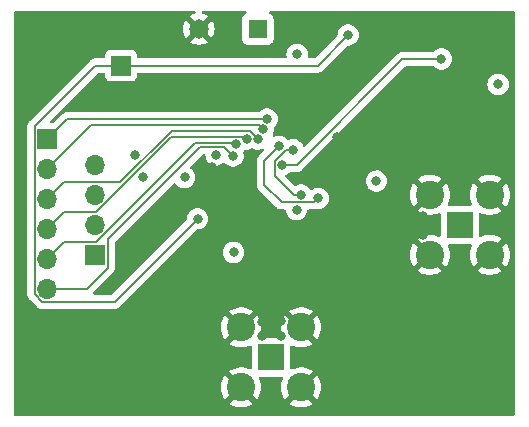
<source format=gbr>
%TF.GenerationSoftware,KiCad,Pcbnew,7.0.5*%
%TF.CreationDate,2023-11-05T09:22:56-05:00*%
%TF.ProjectId,radio,72616469-6f2e-46b6-9963-61645f706362,rev?*%
%TF.SameCoordinates,Original*%
%TF.FileFunction,Copper,L4,Bot*%
%TF.FilePolarity,Positive*%
%FSLAX46Y46*%
G04 Gerber Fmt 4.6, Leading zero omitted, Abs format (unit mm)*
G04 Created by KiCad (PCBNEW 7.0.5) date 2023-11-05 09:22:56*
%MOMM*%
%LPD*%
G01*
G04 APERTURE LIST*
%TA.AperFunction,ComponentPad*%
%ADD10R,1.700000X1.700000*%
%TD*%
%TA.AperFunction,ComponentPad*%
%ADD11O,1.700000X1.700000*%
%TD*%
%TA.AperFunction,ComponentPad*%
%ADD12R,2.250000X2.250000*%
%TD*%
%TA.AperFunction,ComponentPad*%
%ADD13C,2.400000*%
%TD*%
%TA.AperFunction,ComponentPad*%
%ADD14R,1.650000X1.650000*%
%TD*%
%TA.AperFunction,ComponentPad*%
%ADD15C,1.650000*%
%TD*%
%TA.AperFunction,ViaPad*%
%ADD16C,0.800000*%
%TD*%
%TA.AperFunction,Conductor*%
%ADD17C,0.203200*%
%TD*%
G04 APERTURE END LIST*
D10*
%TO.P,J2,1,Pin_1*%
%TO.N,Net-(J2-Pin_1)*%
X105079800Y-90119200D03*
D11*
%TO.P,J2,2,Pin_2*%
%TO.N,Net-(J2-Pin_2)*%
X105079800Y-87579200D03*
%TO.P,J2,3,Pin_3*%
%TO.N,Net-(J2-Pin_3)*%
X105079800Y-85039200D03*
%TO.P,J2,4,Pin_4*%
%TO.N,Net-(J2-Pin_4)*%
X105079800Y-82499200D03*
%TD*%
D10*
%TO.P,J3,1,Pin_1*%
%TO.N,Antenna_State*%
X107264200Y-74091800D03*
%TD*%
D12*
%TO.P,J6,1,1*%
%TO.N,Power_Amp_In*%
X119964200Y-98806000D03*
D13*
%TO.P,J6,2,2*%
%TO.N,GND*%
X122504200Y-96266000D03*
%TO.P,J6,3,3*%
X117424200Y-96266000D03*
%TO.P,J6,4,4*%
X117424200Y-101346000D03*
%TO.P,J6,5,5*%
X122504200Y-101346000D03*
%TD*%
D12*
%TO.P,J5,1,1*%
%TO.N,LNA_OUTPUT*%
X135940800Y-87579200D03*
D13*
%TO.P,J5,2,2*%
%TO.N,GND*%
X133400800Y-85039200D03*
%TO.P,J5,3,3*%
X133400800Y-90119200D03*
%TO.P,J5,4,4*%
X138480800Y-90119200D03*
%TO.P,J5,5,5*%
X138480800Y-85039200D03*
%TD*%
D10*
%TO.P,J1,1,Pin_1*%
%TO.N,/DIO0*%
X101015800Y-80314800D03*
D11*
%TO.P,J1,2,Pin_2*%
%TO.N,/DIO1*%
X101015800Y-82854800D03*
%TO.P,J1,3,Pin_3*%
%TO.N,/DIO2*%
X101015800Y-85394800D03*
%TO.P,J1,4,Pin_4*%
%TO.N,/DIO3*%
X101015800Y-87934800D03*
%TO.P,J1,5,Pin_5*%
%TO.N,/DIO4*%
X101015800Y-90474800D03*
%TO.P,J1,6,Pin_6*%
%TO.N,/DIO5*%
X101015800Y-93014800D03*
%TD*%
D14*
%TO.P,J4,01,01*%
%TO.N,+3.3V*%
X118849300Y-70993000D03*
D15*
%TO.P,J4,02,02*%
%TO.N,GND*%
X113849300Y-70993000D03*
%TD*%
D16*
%TO.N,GND*%
X128828800Y-86817200D03*
X129540000Y-94488000D03*
X129032000Y-89916000D03*
X131394200Y-86817200D03*
X130073400Y-86817200D03*
X112268000Y-92456000D03*
X100076000Y-71628000D03*
X110744000Y-102616000D03*
X131064000Y-100584000D03*
X111760000Y-90932000D03*
X120777000Y-90792300D03*
X130556000Y-79248000D03*
X126263400Y-86817200D03*
X120777000Y-93256100D03*
X134620000Y-95504000D03*
X107696000Y-90932000D03*
X120980200Y-88442800D03*
X127000000Y-101092000D03*
X139018507Y-70787274D03*
X105156000Y-76708000D03*
X112776000Y-96520000D03*
X103632000Y-98044000D03*
X102108000Y-96520000D03*
X114300000Y-88900000D03*
X132842000Y-86817200D03*
X136652000Y-93472000D03*
X133096000Y-80264000D03*
X135128000Y-97536000D03*
X125831600Y-81355100D03*
X140208000Y-74168000D03*
X135082844Y-78731483D03*
X114808000Y-95504000D03*
X117856000Y-76708000D03*
X138176000Y-79248000D03*
X112776000Y-98552000D03*
X120777000Y-95719900D03*
X120777000Y-89560400D03*
X124714000Y-71755000D03*
X105156000Y-100076000D03*
X108712000Y-98044000D03*
X132816600Y-88442800D03*
X114808000Y-92964000D03*
X128803400Y-82574300D03*
X119227600Y-93306900D03*
X123469400Y-88442800D03*
X116840000Y-92964000D03*
X137160000Y-80264000D03*
X122224800Y-88442800D03*
X106172000Y-98044000D03*
X119227600Y-95770700D03*
X135255000Y-71425900D03*
X119227600Y-90843100D03*
X129032000Y-78232000D03*
X134620000Y-101092000D03*
X111252000Y-94488000D03*
X114808000Y-100076000D03*
X124790200Y-88442800D03*
X135229600Y-76277300D03*
X113792000Y-76708000D03*
X120777000Y-96951800D03*
X124815600Y-86817200D03*
X127508000Y-97536000D03*
X131572000Y-97536000D03*
X107188000Y-99568000D03*
X99568000Y-96012000D03*
X131368800Y-88442800D03*
X127584200Y-86817200D03*
X108712000Y-94488000D03*
X119227600Y-89611200D03*
X114935000Y-82677000D03*
X109220000Y-88900000D03*
X104140000Y-102108000D03*
X127508000Y-80264000D03*
X138176000Y-96520000D03*
X130048000Y-88442800D03*
X100076000Y-75184000D03*
X124460000Y-91948000D03*
X120777000Y-92024200D03*
X100076000Y-98552000D03*
X104648000Y-96012000D03*
X132588000Y-93472000D03*
X125984000Y-93980000D03*
X110236000Y-92456000D03*
X135128000Y-81280000D03*
X126238000Y-88442800D03*
X125552200Y-80161300D03*
X119227600Y-97002600D03*
X102108000Y-100076000D03*
X113284000Y-94488000D03*
X110744000Y-97536000D03*
X107460319Y-76490342D03*
X100076000Y-101092000D03*
X107696000Y-102108000D03*
X128803400Y-88442800D03*
X103632000Y-70612000D03*
X125984000Y-89916000D03*
X137160000Y-99568000D03*
X128016000Y-91948000D03*
X111013348Y-76781872D03*
X119227600Y-94538800D03*
X107188000Y-96012000D03*
X101600000Y-102616000D03*
X109728000Y-100076000D03*
X131572000Y-81788000D03*
X129311700Y-71526700D03*
X122936000Y-89916000D03*
X110744000Y-87884000D03*
X112776000Y-101092000D03*
X119227600Y-92075000D03*
X109728000Y-96012000D03*
X101611486Y-73684360D03*
X114808000Y-97536000D03*
X120777000Y-94488000D03*
X127558800Y-88442800D03*
%TO.N,Net-(U1-VR_DIG)*%
X122503519Y-85051400D03*
X121818400Y-81203800D03*
%TO.N,Net-(U1-VR_ANA)*%
X123952000Y-85344000D03*
X120611900Y-80924400D03*
%TO.N,+3.3V*%
X112649000Y-83566000D03*
X122174000Y-73152000D03*
X139192000Y-75692000D03*
X108458000Y-81661000D03*
X109093000Y-83566000D03*
X115316000Y-81661000D03*
X122123200Y-86308100D03*
X116789200Y-89916000D03*
X128879600Y-83869700D03*
%TO.N,Antenna_State*%
X126492000Y-71501000D03*
X113741200Y-87071200D03*
%TO.N,/DIO0*%
X119634000Y-78613000D03*
%TO.N,/DIO1*%
X119316155Y-79483277D03*
%TO.N,/DIO2*%
X118831598Y-80316858D03*
%TO.N,/DIO3*%
X117905121Y-80310031D03*
%TO.N,/DIO4*%
X116967000Y-80765100D03*
%TO.N,/DIO5*%
X116755700Y-81764312D03*
%TO.N,Net-(U1-~{RESET})*%
X134391400Y-73534100D03*
X120904000Y-82499200D03*
%TD*%
D17*
%TO.N,Net-(U1-VR_DIG)*%
X121234200Y-81203800D02*
X120275400Y-82162600D01*
X121818400Y-81203800D02*
X121234200Y-81203800D01*
X120275400Y-82162600D02*
X120275400Y-83445400D01*
X121881400Y-85051400D02*
X122503519Y-85051400D01*
X120275400Y-83445400D02*
X121881400Y-85051400D01*
%TO.N,Net-(U1-VR_ANA)*%
X119380000Y-82156300D02*
X120611900Y-80924400D01*
X119380000Y-84201000D02*
X119380000Y-82156300D01*
X120858500Y-85679500D02*
X119380000Y-84201000D01*
X123952000Y-85344000D02*
X123616500Y-85679500D01*
X123616500Y-85679500D02*
X120858500Y-85679500D01*
%TO.N,Antenna_State*%
X106719000Y-94093400D02*
X100569029Y-94093400D01*
X99937200Y-79236200D02*
X105081600Y-74091800D01*
X105081600Y-74091800D02*
X107264200Y-74091800D01*
X100569029Y-94093400D02*
X99937200Y-93461571D01*
X99937200Y-93461571D02*
X99937200Y-79236200D01*
X123901200Y-74091800D02*
X107264200Y-74091800D01*
X113741200Y-87071200D02*
X106719000Y-94093400D01*
X126492000Y-71501000D02*
X123901200Y-74091800D01*
%TO.N,/DIO0*%
X102717600Y-78613000D02*
X101015800Y-80314800D01*
X119634000Y-78613000D02*
X102717600Y-78613000D01*
%TO.N,/DIO1*%
X118953878Y-79121000D02*
X104749600Y-79121000D01*
X104749600Y-79121000D02*
X101015800Y-82854800D01*
X119316155Y-79483277D02*
X118953878Y-79121000D01*
%TO.N,/DIO2*%
X118831598Y-80316858D02*
X118143740Y-79629000D01*
X111548397Y-79629000D02*
X107216797Y-83960600D01*
X107216797Y-83960600D02*
X102450000Y-83960600D01*
X102450000Y-83960600D02*
X101015800Y-85394800D01*
X118143740Y-79629000D02*
X111548397Y-79629000D01*
%TO.N,/DIO3*%
X117732090Y-80137000D02*
X111507371Y-80137000D01*
X117905121Y-80310031D02*
X117732090Y-80137000D01*
X102463600Y-86487000D02*
X101015800Y-87934800D01*
X105157371Y-86487000D02*
X102463600Y-86487000D01*
X111507371Y-80137000D02*
X105157371Y-86487000D01*
%TO.N,/DIO4*%
X116967000Y-80765100D02*
X116846900Y-80645000D01*
X116846900Y-80645000D02*
X113539371Y-80645000D01*
X113539371Y-80645000D02*
X105143771Y-89040600D01*
X102450000Y-89040600D02*
X101015800Y-90474800D01*
X105143771Y-89040600D02*
X102450000Y-89040600D01*
%TO.N,/DIO5*%
X106158400Y-91197800D02*
X104341400Y-93014800D01*
X116755700Y-81764312D02*
X115966588Y-80975200D01*
X106158400Y-88786600D02*
X106158400Y-91197800D01*
X115966588Y-80975200D02*
X113969800Y-80975200D01*
X104341400Y-93014800D02*
X101015800Y-93014800D01*
X113969800Y-80975200D02*
X106158400Y-88786600D01*
%TO.N,Net-(U1-~{RESET})*%
X120904000Y-82499200D02*
X122148600Y-82499200D01*
X122148600Y-82499200D02*
X131089400Y-73558400D01*
X131902200Y-73534100D02*
X134391400Y-73534100D01*
X131089400Y-73558400D02*
X131902200Y-73558400D01*
%TD*%
%TA.AperFunction,Conductor*%
%TO.N,GND*%
G36*
X113540838Y-69489185D02*
G01*
X113586593Y-69541989D01*
X113596537Y-69611147D01*
X113567512Y-69674703D01*
X113508734Y-69712477D01*
X113505892Y-69713275D01*
X113394399Y-69743148D01*
X113394390Y-69743152D01*
X113184271Y-69841132D01*
X113184269Y-69841133D01*
X113105877Y-69896024D01*
X113105876Y-69896024D01*
X113601765Y-70391913D01*
X113533671Y-70418874D01*
X113400808Y-70515405D01*
X113296125Y-70641945D01*
X113247668Y-70744920D01*
X112752324Y-70249576D01*
X112752324Y-70249577D01*
X112697433Y-70327969D01*
X112697432Y-70327971D01*
X112599452Y-70538090D01*
X112599448Y-70538099D01*
X112539447Y-70762031D01*
X112539445Y-70762041D01*
X112519239Y-70992999D01*
X112519239Y-70993000D01*
X112539445Y-71223958D01*
X112539447Y-71223968D01*
X112599448Y-71447900D01*
X112599452Y-71447909D01*
X112697432Y-71658029D01*
X112697433Y-71658031D01*
X112752323Y-71736422D01*
X112752324Y-71736423D01*
X113246752Y-71241994D01*
X113256488Y-71271956D01*
X113344486Y-71410619D01*
X113464203Y-71523040D01*
X113598810Y-71597041D01*
X113105875Y-72089975D01*
X113184273Y-72144868D01*
X113394390Y-72242847D01*
X113394399Y-72242851D01*
X113618331Y-72302852D01*
X113618341Y-72302854D01*
X113849299Y-72323061D01*
X113849301Y-72323061D01*
X114080258Y-72302854D01*
X114080268Y-72302852D01*
X114304200Y-72242851D01*
X114304209Y-72242847D01*
X114514330Y-72144867D01*
X114592723Y-72089975D01*
X114096834Y-71594086D01*
X114164929Y-71567126D01*
X114297792Y-71470595D01*
X114402475Y-71344055D01*
X114450931Y-71241079D01*
X114946275Y-71736423D01*
X115001167Y-71658030D01*
X115099147Y-71447909D01*
X115099151Y-71447900D01*
X115159152Y-71223968D01*
X115159154Y-71223958D01*
X115179361Y-70993000D01*
X115179361Y-70992999D01*
X115159154Y-70762041D01*
X115159152Y-70762031D01*
X115099151Y-70538099D01*
X115099147Y-70538090D01*
X115001168Y-70327972D01*
X114946274Y-70249576D01*
X114451846Y-70744004D01*
X114442112Y-70714044D01*
X114354114Y-70575381D01*
X114234397Y-70462960D01*
X114099789Y-70388958D01*
X114592723Y-69896024D01*
X114592722Y-69896023D01*
X114514331Y-69841133D01*
X114514329Y-69841132D01*
X114304209Y-69743152D01*
X114304200Y-69743148D01*
X114192708Y-69713275D01*
X114133048Y-69676910D01*
X114102518Y-69614064D01*
X114110812Y-69544688D01*
X114155297Y-69490810D01*
X114221849Y-69469535D01*
X114224801Y-69469500D01*
X117777571Y-69469500D01*
X117844610Y-69489185D01*
X117890365Y-69541989D01*
X117900309Y-69611147D01*
X117871284Y-69674703D01*
X117820904Y-69709682D01*
X117781971Y-69724202D01*
X117781964Y-69724206D01*
X117666755Y-69810452D01*
X117666752Y-69810455D01*
X117580506Y-69925664D01*
X117580502Y-69925671D01*
X117530208Y-70060517D01*
X117523801Y-70120116D01*
X117523801Y-70120123D01*
X117523800Y-70120135D01*
X117523800Y-71865870D01*
X117523801Y-71865876D01*
X117530208Y-71925483D01*
X117580502Y-72060328D01*
X117580506Y-72060335D01*
X117666752Y-72175544D01*
X117666755Y-72175547D01*
X117781964Y-72261793D01*
X117781971Y-72261797D01*
X117916817Y-72312091D01*
X117916816Y-72312091D01*
X117923744Y-72312835D01*
X117976427Y-72318500D01*
X119722172Y-72318499D01*
X119781783Y-72312091D01*
X119916631Y-72261796D01*
X120031846Y-72175546D01*
X120118096Y-72060331D01*
X120168391Y-71925483D01*
X120174800Y-71865873D01*
X120174799Y-70120128D01*
X120168391Y-70060517D01*
X120118096Y-69925669D01*
X120118095Y-69925668D01*
X120118093Y-69925664D01*
X120031847Y-69810455D01*
X120031844Y-69810452D01*
X119916635Y-69724206D01*
X119916628Y-69724202D01*
X119877696Y-69709682D01*
X119821763Y-69667811D01*
X119797345Y-69602347D01*
X119812196Y-69534074D01*
X119861601Y-69484668D01*
X119921029Y-69469500D01*
X140502600Y-69469500D01*
X140569639Y-69489185D01*
X140615394Y-69541989D01*
X140626600Y-69593500D01*
X140626600Y-103609100D01*
X140606915Y-103676139D01*
X140554111Y-103721894D01*
X140502600Y-103733100D01*
X98308200Y-103733100D01*
X98241161Y-103713415D01*
X98195406Y-103660611D01*
X98184200Y-103609100D01*
X98184200Y-101346004D01*
X115719433Y-101346004D01*
X115738473Y-101600079D01*
X115795168Y-101848477D01*
X115795173Y-101848494D01*
X115888258Y-102085671D01*
X115888257Y-102085671D01*
X116015657Y-102306332D01*
X116057652Y-102358993D01*
X116707538Y-101709107D01*
X116794777Y-101847948D01*
X116922252Y-101975423D01*
X117061090Y-102062660D01*
X116411013Y-102712737D01*
X116571823Y-102822375D01*
X116571824Y-102822376D01*
X116801376Y-102932921D01*
X116801374Y-102932921D01*
X117044852Y-103008024D01*
X117044858Y-103008026D01*
X117296795Y-103045999D01*
X117296804Y-103046000D01*
X117551596Y-103046000D01*
X117551604Y-103045999D01*
X117803541Y-103008026D01*
X117803547Y-103008024D01*
X118047024Y-102932921D01*
X118276581Y-102822373D01*
X118437385Y-102712737D01*
X117787308Y-102062661D01*
X117926148Y-101975423D01*
X118053623Y-101847948D01*
X118140861Y-101709108D01*
X118790745Y-102358993D01*
X118832745Y-102306327D01*
X118960141Y-102085671D01*
X119053226Y-101848494D01*
X119053231Y-101848477D01*
X119109926Y-101600079D01*
X119128967Y-101346004D01*
X119128967Y-101345995D01*
X119109926Y-101091920D01*
X119053231Y-100843522D01*
X119053226Y-100843505D01*
X118958447Y-100602010D01*
X118960251Y-100601301D01*
X118950223Y-100540341D01*
X118977955Y-100476210D01*
X119035956Y-100437254D01*
X119073287Y-100431499D01*
X120855107Y-100431499D01*
X120922146Y-100451184D01*
X120967901Y-100503988D01*
X120977845Y-100573146D01*
X120969147Y-100601693D01*
X120969953Y-100602010D01*
X120875173Y-100843505D01*
X120875168Y-100843522D01*
X120818473Y-101091920D01*
X120799433Y-101345995D01*
X120799433Y-101346004D01*
X120818473Y-101600079D01*
X120875168Y-101848477D01*
X120875173Y-101848494D01*
X120968258Y-102085671D01*
X120968257Y-102085671D01*
X121095657Y-102306332D01*
X121137652Y-102358993D01*
X121787538Y-101709107D01*
X121874777Y-101847948D01*
X122002252Y-101975423D01*
X122141090Y-102062661D01*
X121491013Y-102712737D01*
X121651823Y-102822375D01*
X121651824Y-102822376D01*
X121881376Y-102932921D01*
X121881374Y-102932921D01*
X122124852Y-103008024D01*
X122124858Y-103008026D01*
X122376795Y-103045999D01*
X122376804Y-103046000D01*
X122631596Y-103046000D01*
X122631604Y-103045999D01*
X122883541Y-103008026D01*
X122883547Y-103008024D01*
X123127024Y-102932921D01*
X123356581Y-102822373D01*
X123517385Y-102712737D01*
X122867308Y-102062661D01*
X123006148Y-101975423D01*
X123133623Y-101847948D01*
X123220861Y-101709109D01*
X123870745Y-102358993D01*
X123912745Y-102306327D01*
X124040141Y-102085671D01*
X124133226Y-101848494D01*
X124133231Y-101848477D01*
X124189926Y-101600079D01*
X124208967Y-101346004D01*
X124208967Y-101345995D01*
X124189926Y-101091920D01*
X124133231Y-100843522D01*
X124133226Y-100843505D01*
X124040141Y-100606328D01*
X124040142Y-100606328D01*
X123912744Y-100385671D01*
X123870746Y-100333006D01*
X123220861Y-100982890D01*
X123133623Y-100844052D01*
X123006148Y-100716577D01*
X122867308Y-100629338D01*
X123517385Y-99979261D01*
X123356577Y-99869624D01*
X123356576Y-99869623D01*
X123127023Y-99759078D01*
X123127025Y-99759078D01*
X122883547Y-99683975D01*
X122883541Y-99683973D01*
X122631604Y-99646000D01*
X122376795Y-99646000D01*
X122124858Y-99683973D01*
X122124852Y-99683975D01*
X121881375Y-99759078D01*
X121767500Y-99813918D01*
X121698559Y-99825270D01*
X121634425Y-99797548D01*
X121595459Y-99739552D01*
X121589699Y-99702203D01*
X121589699Y-97909801D01*
X121609384Y-97842763D01*
X121662188Y-97797008D01*
X121731346Y-97787064D01*
X121767500Y-97798082D01*
X121881376Y-97852921D01*
X121881374Y-97852921D01*
X122124852Y-97928024D01*
X122124858Y-97928026D01*
X122376795Y-97965999D01*
X122376804Y-97966000D01*
X122631596Y-97966000D01*
X122631604Y-97965999D01*
X122883541Y-97928026D01*
X122883547Y-97928024D01*
X123127024Y-97852921D01*
X123356581Y-97742373D01*
X123517385Y-97632737D01*
X122867308Y-96982661D01*
X123006148Y-96895423D01*
X123133623Y-96767948D01*
X123220861Y-96629109D01*
X123870745Y-97278993D01*
X123912745Y-97226327D01*
X124040141Y-97005671D01*
X124133226Y-96768494D01*
X124133231Y-96768477D01*
X124189926Y-96520079D01*
X124208967Y-96266004D01*
X124208967Y-96265995D01*
X124189926Y-96011920D01*
X124133231Y-95763522D01*
X124133226Y-95763505D01*
X124040141Y-95526328D01*
X124040142Y-95526328D01*
X123912744Y-95305671D01*
X123870746Y-95253006D01*
X123220861Y-95902890D01*
X123133623Y-95764052D01*
X123006148Y-95636577D01*
X122867307Y-95549337D01*
X123517385Y-94899261D01*
X123356577Y-94789624D01*
X123356576Y-94789623D01*
X123127023Y-94679078D01*
X123127025Y-94679078D01*
X122883547Y-94603975D01*
X122883541Y-94603973D01*
X122631604Y-94566000D01*
X122376795Y-94566000D01*
X122124858Y-94603973D01*
X122124852Y-94603975D01*
X121881375Y-94679078D01*
X121651824Y-94789623D01*
X121651816Y-94789628D01*
X121491013Y-94899261D01*
X122141091Y-95549338D01*
X122002252Y-95636577D01*
X121874777Y-95764052D01*
X121787538Y-95902891D01*
X121137653Y-95253006D01*
X121095655Y-95305670D01*
X120968258Y-95526328D01*
X120875173Y-95763505D01*
X120875168Y-95763522D01*
X120818473Y-96011920D01*
X120799433Y-96265995D01*
X120799433Y-96266004D01*
X120818473Y-96520079D01*
X120875168Y-96768477D01*
X120875173Y-96768494D01*
X120969953Y-97009990D01*
X120968140Y-97010701D01*
X120978182Y-97071618D01*
X120950471Y-97135758D01*
X120892482Y-97174733D01*
X120855107Y-97180500D01*
X119073293Y-97180500D01*
X119006254Y-97160815D01*
X118960499Y-97108011D01*
X118950555Y-97038853D01*
X118959256Y-97010307D01*
X118958447Y-97009990D01*
X119053226Y-96768494D01*
X119053231Y-96768477D01*
X119109926Y-96520079D01*
X119128967Y-96266004D01*
X119128967Y-96265995D01*
X119109926Y-96011920D01*
X119053231Y-95763522D01*
X119053226Y-95763505D01*
X118960141Y-95526328D01*
X118960142Y-95526328D01*
X118832744Y-95305671D01*
X118790745Y-95253005D01*
X118140860Y-95902890D01*
X118053623Y-95764052D01*
X117926148Y-95636577D01*
X117787308Y-95549338D01*
X118437385Y-94899261D01*
X118276577Y-94789624D01*
X118276576Y-94789623D01*
X118047023Y-94679078D01*
X118047025Y-94679078D01*
X117803547Y-94603975D01*
X117803541Y-94603973D01*
X117551604Y-94566000D01*
X117296795Y-94566000D01*
X117044858Y-94603973D01*
X117044852Y-94603975D01*
X116801375Y-94679078D01*
X116571824Y-94789623D01*
X116571816Y-94789628D01*
X116411013Y-94899261D01*
X117061091Y-95549338D01*
X116922252Y-95636577D01*
X116794777Y-95764052D01*
X116707538Y-95902891D01*
X116057653Y-95253006D01*
X116015655Y-95305670D01*
X115888258Y-95526328D01*
X115795173Y-95763505D01*
X115795168Y-95763522D01*
X115738473Y-96011920D01*
X115719433Y-96265995D01*
X115719433Y-96266004D01*
X115738473Y-96520079D01*
X115795168Y-96768477D01*
X115795173Y-96768494D01*
X115888258Y-97005671D01*
X115888257Y-97005671D01*
X116015657Y-97226332D01*
X116057652Y-97278993D01*
X116057653Y-97278993D01*
X116707538Y-96629108D01*
X116794777Y-96767948D01*
X116922252Y-96895423D01*
X117061090Y-96982661D01*
X116411013Y-97632737D01*
X116571823Y-97742375D01*
X116571824Y-97742376D01*
X116801376Y-97852921D01*
X116801374Y-97852921D01*
X117044852Y-97928024D01*
X117044858Y-97928026D01*
X117296795Y-97965999D01*
X117296804Y-97966000D01*
X117551596Y-97966000D01*
X117551604Y-97965999D01*
X117803541Y-97928026D01*
X117803547Y-97928024D01*
X118047021Y-97852922D01*
X118160898Y-97798082D01*
X118229839Y-97786730D01*
X118293974Y-97814452D01*
X118332940Y-97872447D01*
X118338700Y-97909802D01*
X118338700Y-99702197D01*
X118319015Y-99769236D01*
X118266211Y-99814991D01*
X118197053Y-99824935D01*
X118160899Y-99813917D01*
X118047023Y-99759078D01*
X118047025Y-99759078D01*
X117803547Y-99683975D01*
X117803541Y-99683973D01*
X117551604Y-99646000D01*
X117296795Y-99646000D01*
X117044858Y-99683973D01*
X117044852Y-99683975D01*
X116801375Y-99759078D01*
X116571824Y-99869623D01*
X116571816Y-99869628D01*
X116411013Y-99979261D01*
X117061091Y-100629338D01*
X116922252Y-100716577D01*
X116794777Y-100844052D01*
X116707538Y-100982891D01*
X116057653Y-100333006D01*
X116015655Y-100385670D01*
X115888258Y-100606328D01*
X115795173Y-100843505D01*
X115795168Y-100843522D01*
X115738473Y-101091920D01*
X115719433Y-101345995D01*
X115719433Y-101346004D01*
X98184200Y-101346004D01*
X98184200Y-93461569D01*
X99329906Y-93461569D01*
X99334570Y-93497007D01*
X99335100Y-93501031D01*
X99348314Y-93601402D01*
X99350598Y-93618751D01*
X99411267Y-93765218D01*
X99436447Y-93798033D01*
X99483547Y-93859418D01*
X99483549Y-93859419D01*
X99507776Y-93890991D01*
X99507778Y-93890993D01*
X99536128Y-93912747D01*
X99542231Y-93918100D01*
X100112498Y-94488367D01*
X100117851Y-94494470D01*
X100117855Y-94494475D01*
X100139607Y-94522822D01*
X100170114Y-94546231D01*
X100170131Y-94546245D01*
X100262154Y-94616856D01*
X100263686Y-94618199D01*
X100265381Y-94619332D01*
X100265382Y-94619333D01*
X100411849Y-94680002D01*
X100529569Y-94695500D01*
X100529574Y-94695500D01*
X100531480Y-94695751D01*
X100569029Y-94700694D01*
X100569030Y-94700694D01*
X100604449Y-94696031D01*
X100612550Y-94695500D01*
X106675479Y-94695500D01*
X106683577Y-94696030D01*
X106704137Y-94698737D01*
X106718999Y-94700694D01*
X106719000Y-94700694D01*
X106719001Y-94700694D01*
X106754421Y-94696031D01*
X106756527Y-94695753D01*
X106756553Y-94695751D01*
X106758460Y-94695500D01*
X106876180Y-94680002D01*
X107022647Y-94619333D01*
X107022646Y-94619333D01*
X107022647Y-94619331D01*
X107060171Y-94603789D01*
X107083822Y-94572391D01*
X107116847Y-94547051D01*
X107116847Y-94547049D01*
X107124937Y-94540843D01*
X107124945Y-94540836D01*
X107127673Y-94538742D01*
X107148422Y-94522822D01*
X107170179Y-94494466D01*
X107175519Y-94488377D01*
X111747897Y-89916000D01*
X115883740Y-89916000D01*
X115903526Y-90104256D01*
X115903527Y-90104259D01*
X115962018Y-90284277D01*
X115962021Y-90284284D01*
X116056667Y-90448216D01*
X116183328Y-90588887D01*
X116183329Y-90588888D01*
X116336465Y-90700148D01*
X116336470Y-90700151D01*
X116509392Y-90777142D01*
X116509397Y-90777144D01*
X116694554Y-90816500D01*
X116694555Y-90816500D01*
X116883844Y-90816500D01*
X116883846Y-90816500D01*
X117069003Y-90777144D01*
X117241930Y-90700151D01*
X117395071Y-90588888D01*
X117521733Y-90448216D01*
X117616379Y-90284284D01*
X117670017Y-90119204D01*
X131696033Y-90119204D01*
X131715073Y-90373279D01*
X131771768Y-90621677D01*
X131771773Y-90621694D01*
X131864858Y-90858871D01*
X131864857Y-90858871D01*
X131992257Y-91079532D01*
X132034252Y-91132193D01*
X132684138Y-90482307D01*
X132771377Y-90621148D01*
X132898852Y-90748623D01*
X133037690Y-90835860D01*
X132387613Y-91485937D01*
X132548423Y-91595575D01*
X132548424Y-91595576D01*
X132777976Y-91706121D01*
X132777974Y-91706121D01*
X133021452Y-91781224D01*
X133021458Y-91781226D01*
X133273395Y-91819199D01*
X133273404Y-91819200D01*
X133528196Y-91819200D01*
X133528204Y-91819199D01*
X133780141Y-91781226D01*
X133780147Y-91781224D01*
X134023624Y-91706121D01*
X134253181Y-91595573D01*
X134413985Y-91485937D01*
X133763908Y-90835861D01*
X133902748Y-90748623D01*
X134030223Y-90621148D01*
X134117461Y-90482308D01*
X134767345Y-91132193D01*
X134809345Y-91079527D01*
X134936741Y-90858871D01*
X135029826Y-90621694D01*
X135029831Y-90621677D01*
X135086526Y-90373279D01*
X135105567Y-90119204D01*
X135105567Y-90119195D01*
X135086526Y-89865120D01*
X135029831Y-89616722D01*
X135029826Y-89616705D01*
X134935047Y-89375210D01*
X134936851Y-89374501D01*
X134926823Y-89313541D01*
X134954555Y-89249410D01*
X135012556Y-89210454D01*
X135049887Y-89204699D01*
X136831707Y-89204699D01*
X136898746Y-89224384D01*
X136944501Y-89277188D01*
X136954445Y-89346346D01*
X136945747Y-89374893D01*
X136946553Y-89375210D01*
X136851773Y-89616705D01*
X136851768Y-89616722D01*
X136795073Y-89865120D01*
X136776033Y-90119195D01*
X136776033Y-90119204D01*
X136795073Y-90373279D01*
X136851768Y-90621677D01*
X136851773Y-90621694D01*
X136944858Y-90858871D01*
X136944857Y-90858871D01*
X137072257Y-91079532D01*
X137114252Y-91132193D01*
X137764138Y-90482307D01*
X137851377Y-90621148D01*
X137978852Y-90748623D01*
X138117690Y-90835861D01*
X137467613Y-91485937D01*
X137628423Y-91595575D01*
X137628424Y-91595576D01*
X137857976Y-91706121D01*
X137857974Y-91706121D01*
X138101452Y-91781224D01*
X138101458Y-91781226D01*
X138353395Y-91819199D01*
X138353404Y-91819200D01*
X138608196Y-91819200D01*
X138608204Y-91819199D01*
X138860141Y-91781226D01*
X138860147Y-91781224D01*
X139103624Y-91706121D01*
X139333181Y-91595573D01*
X139493985Y-91485937D01*
X138843908Y-90835861D01*
X138982748Y-90748623D01*
X139110223Y-90621148D01*
X139197461Y-90482308D01*
X139847345Y-91132193D01*
X139889345Y-91079527D01*
X140016741Y-90858871D01*
X140109826Y-90621694D01*
X140109831Y-90621677D01*
X140166526Y-90373279D01*
X140185567Y-90119204D01*
X140185567Y-90119195D01*
X140166526Y-89865120D01*
X140109831Y-89616722D01*
X140109826Y-89616705D01*
X140016741Y-89379528D01*
X140016742Y-89379528D01*
X139889344Y-89158871D01*
X139847346Y-89106206D01*
X139197461Y-89756090D01*
X139110223Y-89617252D01*
X138982748Y-89489777D01*
X138843908Y-89402538D01*
X139493985Y-88752461D01*
X139333177Y-88642824D01*
X139333176Y-88642823D01*
X139103623Y-88532278D01*
X139103625Y-88532278D01*
X138860147Y-88457175D01*
X138860141Y-88457173D01*
X138608204Y-88419200D01*
X138353395Y-88419200D01*
X138101458Y-88457173D01*
X138101452Y-88457175D01*
X137857975Y-88532278D01*
X137744100Y-88587118D01*
X137675159Y-88598470D01*
X137611025Y-88570748D01*
X137572059Y-88512752D01*
X137566299Y-88475403D01*
X137566299Y-86683001D01*
X137585984Y-86615963D01*
X137638788Y-86570208D01*
X137707946Y-86560264D01*
X137744100Y-86571282D01*
X137857976Y-86626121D01*
X137857974Y-86626121D01*
X138101452Y-86701224D01*
X138101458Y-86701226D01*
X138353395Y-86739199D01*
X138353404Y-86739200D01*
X138608196Y-86739200D01*
X138608204Y-86739199D01*
X138860141Y-86701226D01*
X138860147Y-86701224D01*
X139103624Y-86626121D01*
X139333181Y-86515573D01*
X139493985Y-86405937D01*
X138843908Y-85755861D01*
X138982748Y-85668623D01*
X139110223Y-85541148D01*
X139197461Y-85402308D01*
X139847345Y-86052193D01*
X139889345Y-85999527D01*
X140016741Y-85778871D01*
X140109826Y-85541694D01*
X140109831Y-85541677D01*
X140166526Y-85293279D01*
X140185567Y-85039204D01*
X140185567Y-85039195D01*
X140166526Y-84785120D01*
X140109831Y-84536722D01*
X140109826Y-84536705D01*
X140016741Y-84299528D01*
X140016742Y-84299528D01*
X139889344Y-84078871D01*
X139847345Y-84026205D01*
X139197460Y-84676090D01*
X139110223Y-84537252D01*
X138982748Y-84409777D01*
X138843907Y-84322537D01*
X139493985Y-83672461D01*
X139333177Y-83562824D01*
X139333176Y-83562823D01*
X139103623Y-83452278D01*
X139103625Y-83452278D01*
X138860147Y-83377175D01*
X138860141Y-83377173D01*
X138608204Y-83339200D01*
X138353395Y-83339200D01*
X138101458Y-83377173D01*
X138101452Y-83377175D01*
X137857975Y-83452278D01*
X137628424Y-83562823D01*
X137628416Y-83562828D01*
X137467613Y-83672461D01*
X138117691Y-84322538D01*
X137978852Y-84409777D01*
X137851377Y-84537252D01*
X137764138Y-84676091D01*
X137114253Y-84026206D01*
X137072255Y-84078870D01*
X136944858Y-84299528D01*
X136851773Y-84536705D01*
X136851768Y-84536722D01*
X136795073Y-84785120D01*
X136776033Y-85039195D01*
X136776033Y-85039204D01*
X136795073Y-85293279D01*
X136851768Y-85541677D01*
X136851773Y-85541694D01*
X136946553Y-85783190D01*
X136944740Y-85783901D01*
X136954782Y-85844818D01*
X136927071Y-85908958D01*
X136869082Y-85947933D01*
X136831707Y-85953700D01*
X135049893Y-85953700D01*
X134982854Y-85934015D01*
X134937099Y-85881211D01*
X134927155Y-85812053D01*
X134935856Y-85783507D01*
X134935047Y-85783190D01*
X135029826Y-85541694D01*
X135029831Y-85541677D01*
X135086526Y-85293279D01*
X135105567Y-85039204D01*
X135105567Y-85039195D01*
X135086526Y-84785120D01*
X135029831Y-84536722D01*
X135029826Y-84536705D01*
X134936741Y-84299528D01*
X134936742Y-84299528D01*
X134809344Y-84078871D01*
X134767345Y-84026205D01*
X134117460Y-84676090D01*
X134030223Y-84537252D01*
X133902748Y-84409777D01*
X133763908Y-84322538D01*
X134413985Y-83672461D01*
X134253177Y-83562824D01*
X134253176Y-83562823D01*
X134023623Y-83452278D01*
X134023625Y-83452278D01*
X133780147Y-83377175D01*
X133780141Y-83377173D01*
X133528204Y-83339200D01*
X133273395Y-83339200D01*
X133021458Y-83377173D01*
X133021452Y-83377175D01*
X132777975Y-83452278D01*
X132548424Y-83562823D01*
X132548416Y-83562828D01*
X132387613Y-83672461D01*
X133037691Y-84322538D01*
X132898852Y-84409777D01*
X132771377Y-84537252D01*
X132684138Y-84676091D01*
X132034253Y-84026206D01*
X131992255Y-84078870D01*
X131864858Y-84299528D01*
X131771773Y-84536705D01*
X131771768Y-84536722D01*
X131715073Y-84785120D01*
X131696033Y-85039195D01*
X131696033Y-85039204D01*
X131715073Y-85293279D01*
X131771768Y-85541677D01*
X131771773Y-85541694D01*
X131864858Y-85778871D01*
X131864857Y-85778871D01*
X131992257Y-85999532D01*
X132034252Y-86052193D01*
X132034253Y-86052193D01*
X132684138Y-85402308D01*
X132771377Y-85541148D01*
X132898852Y-85668623D01*
X133037690Y-85755861D01*
X132387613Y-86405937D01*
X132548423Y-86515575D01*
X132548424Y-86515576D01*
X132777976Y-86626121D01*
X132777974Y-86626121D01*
X133021452Y-86701224D01*
X133021458Y-86701226D01*
X133273395Y-86739199D01*
X133273404Y-86739200D01*
X133528196Y-86739200D01*
X133528204Y-86739199D01*
X133780141Y-86701226D01*
X133780147Y-86701224D01*
X134023621Y-86626122D01*
X134137498Y-86571282D01*
X134206439Y-86559930D01*
X134270574Y-86587652D01*
X134309540Y-86645647D01*
X134315300Y-86683002D01*
X134315300Y-88475397D01*
X134295615Y-88542436D01*
X134242811Y-88588191D01*
X134173653Y-88598135D01*
X134137499Y-88587117D01*
X134023623Y-88532278D01*
X134023625Y-88532278D01*
X133780147Y-88457175D01*
X133780141Y-88457173D01*
X133528204Y-88419200D01*
X133273395Y-88419200D01*
X133021458Y-88457173D01*
X133021452Y-88457175D01*
X132777975Y-88532278D01*
X132548424Y-88642823D01*
X132548416Y-88642828D01*
X132387613Y-88752461D01*
X133037691Y-89402538D01*
X132898852Y-89489777D01*
X132771377Y-89617252D01*
X132684139Y-89756090D01*
X132034253Y-89106206D01*
X131992255Y-89158870D01*
X131864858Y-89379528D01*
X131771773Y-89616705D01*
X131771768Y-89616722D01*
X131715073Y-89865120D01*
X131696033Y-90119195D01*
X131696033Y-90119204D01*
X117670017Y-90119204D01*
X117674874Y-90104256D01*
X117694660Y-89916000D01*
X117674874Y-89727744D01*
X117616379Y-89547716D01*
X117521733Y-89383784D01*
X117395071Y-89243112D01*
X117395070Y-89243111D01*
X117241934Y-89131851D01*
X117241929Y-89131848D01*
X117069007Y-89054857D01*
X117069002Y-89054855D01*
X116923200Y-89023865D01*
X116883846Y-89015500D01*
X116694554Y-89015500D01*
X116671882Y-89020319D01*
X116509397Y-89054855D01*
X116509392Y-89054857D01*
X116336470Y-89131848D01*
X116336465Y-89131851D01*
X116183329Y-89243111D01*
X116056666Y-89383785D01*
X115962021Y-89547715D01*
X115962018Y-89547722D01*
X115907605Y-89715189D01*
X115903526Y-89727744D01*
X115883740Y-89916000D01*
X111747897Y-89916000D01*
X113655878Y-88008019D01*
X113717202Y-87974534D01*
X113743560Y-87971700D01*
X113835844Y-87971700D01*
X113835846Y-87971700D01*
X114021003Y-87932344D01*
X114193930Y-87855351D01*
X114347071Y-87744088D01*
X114473733Y-87603416D01*
X114568379Y-87439484D01*
X114626874Y-87259456D01*
X114646660Y-87071200D01*
X114626874Y-86882944D01*
X114568379Y-86702916D01*
X114473733Y-86538984D01*
X114347071Y-86398312D01*
X114339263Y-86392639D01*
X114193934Y-86287051D01*
X114193929Y-86287048D01*
X114021007Y-86210057D01*
X114021002Y-86210055D01*
X113875201Y-86179065D01*
X113835846Y-86170700D01*
X113646554Y-86170700D01*
X113614097Y-86177598D01*
X113461397Y-86210055D01*
X113461392Y-86210057D01*
X113288470Y-86287048D01*
X113288465Y-86287051D01*
X113135329Y-86398311D01*
X113008666Y-86538985D01*
X112914021Y-86702915D01*
X112914018Y-86702922D01*
X112855527Y-86882940D01*
X112855526Y-86882944D01*
X112840855Y-87022536D01*
X112835740Y-87071202D01*
X112835740Y-87073799D01*
X112835314Y-87075246D01*
X112835061Y-87077663D01*
X112834619Y-87077616D01*
X112816055Y-87140838D01*
X112799421Y-87161480D01*
X106505921Y-93454981D01*
X106444598Y-93488466D01*
X106418240Y-93491300D01*
X105015759Y-93491300D01*
X104948720Y-93471615D01*
X104902965Y-93418811D01*
X104893021Y-93349653D01*
X104922046Y-93286097D01*
X104928078Y-93279619D01*
X104928077Y-93279619D01*
X106553377Y-91654319D01*
X106559468Y-91648977D01*
X106587822Y-91627222D01*
X106612048Y-91595649D01*
X106612051Y-91595647D01*
X106684333Y-91501447D01*
X106745002Y-91354980D01*
X106748719Y-91326746D01*
X106760500Y-91237260D01*
X106760500Y-91237259D01*
X106760751Y-91235353D01*
X106760754Y-91235325D01*
X106761085Y-91232807D01*
X106765694Y-91197800D01*
X106761028Y-91162359D01*
X106760500Y-91154295D01*
X106760500Y-89087359D01*
X106780185Y-89020319D01*
X106796814Y-88999683D01*
X111722338Y-84074158D01*
X111783659Y-84040675D01*
X111853351Y-84045659D01*
X111909284Y-84087531D01*
X111915014Y-84096216D01*
X111916465Y-84098214D01*
X112043129Y-84238888D01*
X112196265Y-84350148D01*
X112196268Y-84350150D01*
X112369192Y-84427142D01*
X112369197Y-84427144D01*
X112554354Y-84466500D01*
X112554355Y-84466500D01*
X112743644Y-84466500D01*
X112743646Y-84466500D01*
X112928803Y-84427144D01*
X113101730Y-84350151D01*
X113101730Y-84350150D01*
X113101732Y-84350150D01*
X113101734Y-84350148D01*
X113151675Y-84313864D01*
X113254871Y-84238888D01*
X113381533Y-84098216D01*
X113476179Y-83934284D01*
X113534674Y-83754256D01*
X113554460Y-83566000D01*
X113534674Y-83377744D01*
X113476179Y-83197716D01*
X113381533Y-83033784D01*
X113254871Y-82893112D01*
X113168748Y-82830540D01*
X113126084Y-82775211D01*
X113120105Y-82705598D01*
X113152711Y-82643803D01*
X113153878Y-82642618D01*
X114182878Y-81613619D01*
X114244202Y-81580134D01*
X114270560Y-81577300D01*
X114290093Y-81577300D01*
X114357132Y-81596985D01*
X114402887Y-81649789D01*
X114413412Y-81688335D01*
X114430326Y-81849256D01*
X114430327Y-81849259D01*
X114488818Y-82029277D01*
X114488821Y-82029284D01*
X114583467Y-82193216D01*
X114708963Y-82332593D01*
X114710129Y-82333888D01*
X114863265Y-82445148D01*
X114863270Y-82445151D01*
X115036192Y-82522142D01*
X115036197Y-82522144D01*
X115221354Y-82561500D01*
X115221355Y-82561500D01*
X115410644Y-82561500D01*
X115410646Y-82561500D01*
X115595803Y-82522144D01*
X115768730Y-82445151D01*
X115913119Y-82340246D01*
X115978921Y-82316768D01*
X116046975Y-82332593D01*
X116078151Y-82357594D01*
X116149829Y-82437200D01*
X116302965Y-82548460D01*
X116302970Y-82548463D01*
X116475892Y-82625454D01*
X116475897Y-82625456D01*
X116661054Y-82664812D01*
X116661055Y-82664812D01*
X116850344Y-82664812D01*
X116850346Y-82664812D01*
X117035503Y-82625456D01*
X117208430Y-82548463D01*
X117361571Y-82437200D01*
X117488233Y-82296528D01*
X117582879Y-82132596D01*
X117641374Y-81952568D01*
X117661160Y-81764312D01*
X117641374Y-81576056D01*
X117612365Y-81486779D01*
X117610371Y-81416939D01*
X117638146Y-81365491D01*
X117699533Y-81297316D01*
X117713842Y-81272530D01*
X117764408Y-81224316D01*
X117821229Y-81210531D01*
X117999765Y-81210531D01*
X117999767Y-81210531D01*
X118184924Y-81171175D01*
X118310259Y-81115371D01*
X118379505Y-81106086D01*
X118411126Y-81115371D01*
X118551795Y-81178002D01*
X118736952Y-81217358D01*
X118736953Y-81217358D01*
X118926242Y-81217358D01*
X118926244Y-81217358D01*
X119111401Y-81178002D01*
X119212923Y-81132800D01*
X119282171Y-81123515D01*
X119345448Y-81153143D01*
X119382662Y-81212278D01*
X119381998Y-81282144D01*
X119351039Y-81333761D01*
X118985026Y-81699775D01*
X118978923Y-81705127D01*
X118950577Y-81726878D01*
X118926348Y-81758452D01*
X118926349Y-81758453D01*
X118864229Y-81839409D01*
X118854067Y-81852650D01*
X118854067Y-81852651D01*
X118793398Y-81999119D01*
X118793397Y-81999121D01*
X118777368Y-82120875D01*
X118777369Y-82120876D01*
X118772706Y-82156301D01*
X118777369Y-82191718D01*
X118777900Y-82199820D01*
X118777900Y-84157479D01*
X118777369Y-84165580D01*
X118772706Y-84200998D01*
X118777370Y-84236436D01*
X118792341Y-84350150D01*
X118793398Y-84358178D01*
X118793398Y-84358180D01*
X118828682Y-84443364D01*
X118854067Y-84504647D01*
X118865221Y-84519183D01*
X118926347Y-84598847D01*
X118926349Y-84598848D01*
X118950576Y-84630420D01*
X118950578Y-84630422D01*
X118978928Y-84652176D01*
X118985031Y-84657529D01*
X120401969Y-86074467D01*
X120407322Y-86080570D01*
X120419664Y-86096654D01*
X120429078Y-86108922D01*
X120459735Y-86132446D01*
X120459753Y-86132461D01*
X120554852Y-86205433D01*
X120615520Y-86230562D01*
X120701320Y-86266102D01*
X120753713Y-86272999D01*
X120858498Y-86286795D01*
X120858500Y-86286795D01*
X120858501Y-86286795D01*
X120868786Y-86285440D01*
X120893930Y-86282130D01*
X120902028Y-86281600D01*
X121103305Y-86281600D01*
X121170344Y-86301285D01*
X121216099Y-86354089D01*
X121226624Y-86392634D01*
X121237526Y-86496356D01*
X121237527Y-86496359D01*
X121296018Y-86676377D01*
X121296021Y-86676384D01*
X121390667Y-86840316D01*
X121517329Y-86980988D01*
X121670465Y-87092248D01*
X121670470Y-87092251D01*
X121843392Y-87169242D01*
X121843397Y-87169244D01*
X122028554Y-87208600D01*
X122028555Y-87208600D01*
X122217844Y-87208600D01*
X122217846Y-87208600D01*
X122403003Y-87169244D01*
X122575930Y-87092251D01*
X122729071Y-86980988D01*
X122855733Y-86840316D01*
X122950379Y-86676384D01*
X123008874Y-86496356D01*
X123019775Y-86392636D01*
X123046358Y-86328024D01*
X123103656Y-86288039D01*
X123143095Y-86281600D01*
X123572979Y-86281600D01*
X123581077Y-86282130D01*
X123601637Y-86284837D01*
X123616499Y-86286794D01*
X123616500Y-86286794D01*
X123616501Y-86286794D01*
X123651921Y-86282131D01*
X123654027Y-86281853D01*
X123654053Y-86281851D01*
X123655959Y-86281600D01*
X123655960Y-86281600D01*
X123773680Y-86266102D01*
X123803113Y-86253909D01*
X123850854Y-86247065D01*
X123850854Y-86244500D01*
X124046644Y-86244500D01*
X124046646Y-86244500D01*
X124231803Y-86205144D01*
X124404730Y-86128151D01*
X124557871Y-86016888D01*
X124684533Y-85876216D01*
X124779179Y-85712284D01*
X124837674Y-85532256D01*
X124857460Y-85344000D01*
X124837674Y-85155744D01*
X124779179Y-84975716D01*
X124684533Y-84811784D01*
X124557871Y-84671112D01*
X124535212Y-84654649D01*
X124404734Y-84559851D01*
X124404729Y-84559848D01*
X124231807Y-84482857D01*
X124231802Y-84482855D01*
X124086001Y-84451865D01*
X124046646Y-84443500D01*
X123857354Y-84443500D01*
X123824897Y-84450398D01*
X123672197Y-84482855D01*
X123672192Y-84482857D01*
X123499270Y-84559848D01*
X123499266Y-84559851D01*
X123441789Y-84601610D01*
X123375983Y-84625089D01*
X123307929Y-84609263D01*
X123261518Y-84563292D01*
X123249564Y-84542588D01*
X123236052Y-84519184D01*
X123109390Y-84378512D01*
X123109389Y-84378511D01*
X122956253Y-84267251D01*
X122956248Y-84267248D01*
X122783326Y-84190257D01*
X122783321Y-84190255D01*
X122629117Y-84157479D01*
X122598165Y-84150900D01*
X122408873Y-84150900D01*
X122377921Y-84157479D01*
X122223716Y-84190255D01*
X122223711Y-84190257D01*
X122058038Y-84264021D01*
X121988788Y-84273306D01*
X121925511Y-84243678D01*
X121919921Y-84238423D01*
X121551198Y-83869700D01*
X127974140Y-83869700D01*
X127993926Y-84057956D01*
X127993927Y-84057959D01*
X128052418Y-84237977D01*
X128052421Y-84237984D01*
X128147067Y-84401916D01*
X128184510Y-84443500D01*
X128273729Y-84542588D01*
X128426865Y-84653848D01*
X128426870Y-84653851D01*
X128599792Y-84730842D01*
X128599797Y-84730844D01*
X128784954Y-84770200D01*
X128784955Y-84770200D01*
X128974244Y-84770200D01*
X128974246Y-84770200D01*
X129159403Y-84730844D01*
X129332330Y-84653851D01*
X129485471Y-84542588D01*
X129612133Y-84401916D01*
X129706779Y-84237984D01*
X129765274Y-84057956D01*
X129785060Y-83869700D01*
X129765274Y-83681444D01*
X129706779Y-83501416D01*
X129612133Y-83337484D01*
X129485471Y-83196812D01*
X129481678Y-83194056D01*
X129332334Y-83085551D01*
X129332329Y-83085548D01*
X129159407Y-83008557D01*
X129159402Y-83008555D01*
X129013601Y-82977565D01*
X128974246Y-82969200D01*
X128784954Y-82969200D01*
X128752497Y-82976098D01*
X128599797Y-83008555D01*
X128599792Y-83008557D01*
X128426870Y-83085548D01*
X128426865Y-83085551D01*
X128273729Y-83196811D01*
X128147066Y-83337485D01*
X128052421Y-83501415D01*
X128052418Y-83501422D01*
X127993927Y-83681440D01*
X127993926Y-83681444D01*
X127974140Y-83869700D01*
X121551198Y-83869700D01*
X121213152Y-83531654D01*
X121179667Y-83470331D01*
X121184651Y-83400639D01*
X121226523Y-83344706D01*
X121250397Y-83330694D01*
X121269517Y-83322181D01*
X121356730Y-83283351D01*
X121509871Y-83172088D01*
X121536667Y-83142327D01*
X121596154Y-83105679D01*
X121628817Y-83101300D01*
X122105079Y-83101300D01*
X122113177Y-83101830D01*
X122133737Y-83104537D01*
X122148599Y-83106494D01*
X122148600Y-83106494D01*
X122148601Y-83106494D01*
X122184021Y-83101831D01*
X122186127Y-83101553D01*
X122186153Y-83101551D01*
X122188060Y-83101300D01*
X122305780Y-83085802D01*
X122452247Y-83025133D01*
X122469390Y-83011979D01*
X122546447Y-82952851D01*
X122546447Y-82952850D01*
X122554540Y-82946641D01*
X122554545Y-82946636D01*
X122557273Y-82944542D01*
X122578022Y-82928622D01*
X122599779Y-82900266D01*
X122605119Y-82894177D01*
X129807297Y-75692000D01*
X138286540Y-75692000D01*
X138306326Y-75880256D01*
X138306327Y-75880259D01*
X138364818Y-76060277D01*
X138364821Y-76060284D01*
X138459467Y-76224216D01*
X138586129Y-76364887D01*
X138586129Y-76364888D01*
X138739265Y-76476148D01*
X138739270Y-76476151D01*
X138912192Y-76553142D01*
X138912197Y-76553144D01*
X139097354Y-76592500D01*
X139097355Y-76592500D01*
X139286644Y-76592500D01*
X139286646Y-76592500D01*
X139471803Y-76553144D01*
X139644730Y-76476151D01*
X139797871Y-76364888D01*
X139924533Y-76224216D01*
X140019179Y-76060284D01*
X140077674Y-75880256D01*
X140097460Y-75692000D01*
X140077674Y-75503744D01*
X140019179Y-75323716D01*
X139924533Y-75159784D01*
X139797871Y-75019112D01*
X139797870Y-75019111D01*
X139644734Y-74907851D01*
X139644729Y-74907848D01*
X139471807Y-74830857D01*
X139471802Y-74830855D01*
X139326000Y-74799865D01*
X139286646Y-74791500D01*
X139097354Y-74791500D01*
X139064897Y-74798398D01*
X138912197Y-74830855D01*
X138912192Y-74830857D01*
X138739270Y-74907848D01*
X138739265Y-74907851D01*
X138586129Y-75019111D01*
X138459466Y-75159785D01*
X138364821Y-75323715D01*
X138364818Y-75323722D01*
X138326290Y-75442300D01*
X138306326Y-75503744D01*
X138286540Y-75692000D01*
X129807297Y-75692000D01*
X131302478Y-74196819D01*
X131363802Y-74163334D01*
X131390160Y-74160500D01*
X131941653Y-74160500D01*
X131941660Y-74160500D01*
X132059380Y-74145002D01*
X132059383Y-74145000D01*
X132067231Y-74142898D01*
X132067452Y-74143726D01*
X132105295Y-74136200D01*
X133666583Y-74136200D01*
X133733622Y-74155885D01*
X133758733Y-74177228D01*
X133785529Y-74206988D01*
X133938665Y-74318248D01*
X133938670Y-74318251D01*
X134111592Y-74395242D01*
X134111597Y-74395244D01*
X134296754Y-74434600D01*
X134296755Y-74434600D01*
X134486044Y-74434600D01*
X134486046Y-74434600D01*
X134671203Y-74395244D01*
X134844130Y-74318251D01*
X134997271Y-74206988D01*
X135123933Y-74066316D01*
X135218579Y-73902384D01*
X135277074Y-73722356D01*
X135296860Y-73534100D01*
X135277074Y-73345844D01*
X135218579Y-73165816D01*
X135123933Y-73001884D01*
X134997271Y-72861212D01*
X134997270Y-72861211D01*
X134844134Y-72749951D01*
X134844129Y-72749948D01*
X134671207Y-72672957D01*
X134671202Y-72672955D01*
X134525400Y-72641965D01*
X134486046Y-72633600D01*
X134296754Y-72633600D01*
X134264297Y-72640498D01*
X134111597Y-72672955D01*
X134111592Y-72672957D01*
X133938670Y-72749948D01*
X133938665Y-72749951D01*
X133785529Y-72861211D01*
X133758733Y-72890972D01*
X133699246Y-72927621D01*
X133666583Y-72932000D01*
X131862740Y-72932000D01*
X131862734Y-72932000D01*
X131862730Y-72932001D01*
X131745021Y-72947497D01*
X131737169Y-72949602D01*
X131736947Y-72948773D01*
X131699105Y-72956300D01*
X131132927Y-72956300D01*
X131124828Y-72955769D01*
X131089400Y-72951105D01*
X131089399Y-72951105D01*
X130932221Y-72971797D01*
X130932216Y-72971799D01*
X130785754Y-73032464D01*
X130785752Y-73032466D01*
X130691556Y-73104744D01*
X130691557Y-73104745D01*
X130659978Y-73128977D01*
X130638221Y-73157329D01*
X130632870Y-73163430D01*
X122865962Y-80930338D01*
X122804639Y-80963823D01*
X122734947Y-80958839D01*
X122679014Y-80916967D01*
X122660350Y-80880975D01*
X122645581Y-80835522D01*
X122645580Y-80835521D01*
X122645579Y-80835516D01*
X122550933Y-80671584D01*
X122424271Y-80530912D01*
X122424270Y-80530911D01*
X122271134Y-80419651D01*
X122271129Y-80419648D01*
X122098207Y-80342657D01*
X122098202Y-80342655D01*
X121952400Y-80311665D01*
X121913046Y-80303300D01*
X121723754Y-80303300D01*
X121691297Y-80310198D01*
X121538597Y-80342655D01*
X121450464Y-80381895D01*
X121381214Y-80391179D01*
X121317938Y-80361551D01*
X121307879Y-80351587D01*
X121299838Y-80342657D01*
X121217771Y-80251512D01*
X121217770Y-80251511D01*
X121064634Y-80140251D01*
X121064629Y-80140248D01*
X120891707Y-80063257D01*
X120891702Y-80063255D01*
X120745901Y-80032265D01*
X120706546Y-80023900D01*
X120517254Y-80023900D01*
X120467275Y-80034523D01*
X120332099Y-80063255D01*
X120262152Y-80094398D01*
X120192902Y-80103682D01*
X120129625Y-80074054D01*
X120092412Y-80014919D01*
X120093077Y-79945052D01*
X120104324Y-79919128D01*
X120143334Y-79851561D01*
X120201829Y-79671533D01*
X120221615Y-79483277D01*
X120210716Y-79379579D01*
X120223286Y-79310852D01*
X120241881Y-79283655D01*
X120366533Y-79145216D01*
X120461179Y-78981284D01*
X120519674Y-78801256D01*
X120539460Y-78613000D01*
X120519674Y-78424744D01*
X120461179Y-78244716D01*
X120366533Y-78080784D01*
X120239871Y-77940112D01*
X120239870Y-77940111D01*
X120086734Y-77828851D01*
X120086729Y-77828848D01*
X119913807Y-77751857D01*
X119913802Y-77751855D01*
X119768000Y-77720865D01*
X119728646Y-77712500D01*
X119539354Y-77712500D01*
X119506897Y-77719398D01*
X119354197Y-77751855D01*
X119354192Y-77751857D01*
X119181270Y-77828848D01*
X119181265Y-77828851D01*
X119028129Y-77940111D01*
X119001333Y-77969872D01*
X118941846Y-78006521D01*
X118909183Y-78010900D01*
X102761127Y-78010900D01*
X102753028Y-78010369D01*
X102717600Y-78005705D01*
X102717599Y-78005705D01*
X102560421Y-78026397D01*
X102560416Y-78026399D01*
X102413954Y-78087064D01*
X102413952Y-78087066D01*
X102319756Y-78159344D01*
X102319757Y-78159345D01*
X102288178Y-78183577D01*
X102266421Y-78211929D01*
X102261071Y-78218030D01*
X101551120Y-78927981D01*
X101489797Y-78961466D01*
X101463439Y-78964300D01*
X101359959Y-78964300D01*
X101292920Y-78944615D01*
X101247165Y-78891811D01*
X101237221Y-78822653D01*
X101266246Y-78759097D01*
X101272278Y-78752619D01*
X105294679Y-74730219D01*
X105356002Y-74696734D01*
X105382360Y-74693900D01*
X105789701Y-74693900D01*
X105856740Y-74713585D01*
X105902495Y-74766389D01*
X105913701Y-74817900D01*
X105913701Y-74989676D01*
X105920108Y-75049283D01*
X105970402Y-75184128D01*
X105970406Y-75184135D01*
X106056652Y-75299344D01*
X106056655Y-75299347D01*
X106171864Y-75385593D01*
X106171871Y-75385597D01*
X106306717Y-75435891D01*
X106306716Y-75435891D01*
X106313644Y-75436635D01*
X106366327Y-75442300D01*
X108162072Y-75442299D01*
X108221683Y-75435891D01*
X108356531Y-75385596D01*
X108471746Y-75299346D01*
X108557996Y-75184131D01*
X108608291Y-75049283D01*
X108614700Y-74989673D01*
X108614700Y-74817899D01*
X108634385Y-74750861D01*
X108687189Y-74705106D01*
X108738700Y-74693900D01*
X123857679Y-74693900D01*
X123865777Y-74694430D01*
X123883273Y-74696734D01*
X123901199Y-74699094D01*
X123901200Y-74699094D01*
X123901201Y-74699094D01*
X123936621Y-74694431D01*
X123938727Y-74694153D01*
X123938753Y-74694151D01*
X123940660Y-74693900D01*
X124058380Y-74678402D01*
X124204847Y-74617733D01*
X124204846Y-74617733D01*
X124204847Y-74617731D01*
X124242371Y-74602189D01*
X124266022Y-74570791D01*
X124299047Y-74545451D01*
X124299047Y-74545449D01*
X124307137Y-74539243D01*
X124307145Y-74539236D01*
X124309115Y-74537723D01*
X124330622Y-74521222D01*
X124352384Y-74492861D01*
X124357714Y-74486783D01*
X126406678Y-72437819D01*
X126468002Y-72404334D01*
X126494360Y-72401500D01*
X126586644Y-72401500D01*
X126586646Y-72401500D01*
X126771803Y-72362144D01*
X126944730Y-72285151D01*
X127097871Y-72173888D01*
X127224533Y-72033216D01*
X127319179Y-71869284D01*
X127377674Y-71689256D01*
X127397460Y-71501000D01*
X127377674Y-71312744D01*
X127319179Y-71132716D01*
X127224533Y-70968784D01*
X127097871Y-70828112D01*
X127097870Y-70828111D01*
X126944734Y-70716851D01*
X126944729Y-70716848D01*
X126771807Y-70639857D01*
X126771802Y-70639855D01*
X126626001Y-70608865D01*
X126586646Y-70600500D01*
X126397354Y-70600500D01*
X126364897Y-70607398D01*
X126212197Y-70639855D01*
X126212192Y-70639857D01*
X126039270Y-70716848D01*
X126039265Y-70716851D01*
X125886129Y-70828111D01*
X125759466Y-70968785D01*
X125664821Y-71132715D01*
X125664818Y-71132722D01*
X125606327Y-71312740D01*
X125606326Y-71312744D01*
X125592121Y-71447900D01*
X125586540Y-71501002D01*
X125586540Y-71503599D01*
X125586114Y-71505046D01*
X125585861Y-71507463D01*
X125585419Y-71507416D01*
X125566855Y-71570638D01*
X125550221Y-71591280D01*
X123688121Y-73453381D01*
X123626798Y-73486866D01*
X123600440Y-73489700D01*
X123181036Y-73489700D01*
X123113997Y-73470015D01*
X123068242Y-73417211D01*
X123058298Y-73348053D01*
X123059656Y-73340417D01*
X123059672Y-73340260D01*
X123059674Y-73340256D01*
X123079460Y-73152000D01*
X123059674Y-72963744D01*
X123001179Y-72783716D01*
X122906533Y-72619784D01*
X122779871Y-72479112D01*
X122779870Y-72479111D01*
X122626734Y-72367851D01*
X122626729Y-72367848D01*
X122453807Y-72290857D01*
X122453802Y-72290855D01*
X122308000Y-72259865D01*
X122268646Y-72251500D01*
X122079354Y-72251500D01*
X122046897Y-72258398D01*
X121894197Y-72290855D01*
X121894192Y-72290857D01*
X121721270Y-72367848D01*
X121721265Y-72367851D01*
X121568129Y-72479111D01*
X121441466Y-72619785D01*
X121346821Y-72783715D01*
X121346818Y-72783722D01*
X121288327Y-72963740D01*
X121288326Y-72963744D01*
X121268540Y-73152000D01*
X121288326Y-73340256D01*
X121288327Y-73340259D01*
X121289006Y-73346719D01*
X121287728Y-73346853D01*
X121282934Y-73409597D01*
X121240792Y-73465327D01*
X121175210Y-73489426D01*
X121166964Y-73489700D01*
X108738699Y-73489700D01*
X108671660Y-73470015D01*
X108625905Y-73417211D01*
X108614699Y-73365700D01*
X108614699Y-73193929D01*
X108614698Y-73193923D01*
X108614697Y-73193916D01*
X108608291Y-73134317D01*
X108606299Y-73128977D01*
X108557997Y-72999471D01*
X108557993Y-72999464D01*
X108471747Y-72884255D01*
X108471744Y-72884252D01*
X108356535Y-72798006D01*
X108356528Y-72798002D01*
X108221682Y-72747708D01*
X108221683Y-72747708D01*
X108162083Y-72741301D01*
X108162081Y-72741300D01*
X108162073Y-72741300D01*
X108162064Y-72741300D01*
X106366329Y-72741300D01*
X106366323Y-72741301D01*
X106306716Y-72747708D01*
X106171871Y-72798002D01*
X106171864Y-72798006D01*
X106056655Y-72884252D01*
X106056652Y-72884255D01*
X105970406Y-72999464D01*
X105970402Y-72999471D01*
X105920108Y-73134317D01*
X105913701Y-73193916D01*
X105913701Y-73193923D01*
X105913700Y-73193935D01*
X105913700Y-73365700D01*
X105894015Y-73432739D01*
X105841211Y-73478494D01*
X105789700Y-73489700D01*
X105125120Y-73489700D01*
X105117021Y-73489169D01*
X105095287Y-73486307D01*
X105081601Y-73484506D01*
X105081596Y-73484506D01*
X105045332Y-73489280D01*
X105045298Y-73489283D01*
X104924421Y-73505197D01*
X104924419Y-73505198D01*
X104795980Y-73558400D01*
X104777951Y-73565867D01*
X104685777Y-73636594D01*
X104685712Y-73636645D01*
X104683753Y-73638149D01*
X104683750Y-73638151D01*
X104672717Y-73646616D01*
X104652177Y-73662378D01*
X104630421Y-73690729D01*
X104625070Y-73696830D01*
X99542226Y-78779675D01*
X99536123Y-78785027D01*
X99507777Y-78806778D01*
X99483548Y-78838352D01*
X99483549Y-78838353D01*
X99423472Y-78916647D01*
X99418172Y-78923553D01*
X99411266Y-78932553D01*
X99350598Y-79079019D01*
X99350597Y-79079021D01*
X99334568Y-79200775D01*
X99334569Y-79200776D01*
X99329906Y-79236201D01*
X99334569Y-79271618D01*
X99335100Y-79279720D01*
X99335100Y-93418050D01*
X99334569Y-93426151D01*
X99329906Y-93461569D01*
X98184200Y-93461569D01*
X98184200Y-69593500D01*
X98203885Y-69526461D01*
X98256689Y-69480706D01*
X98308200Y-69469500D01*
X113473799Y-69469500D01*
X113540838Y-69489185D01*
G37*
%TD.AperFunction*%
%TD*%
M02*

</source>
